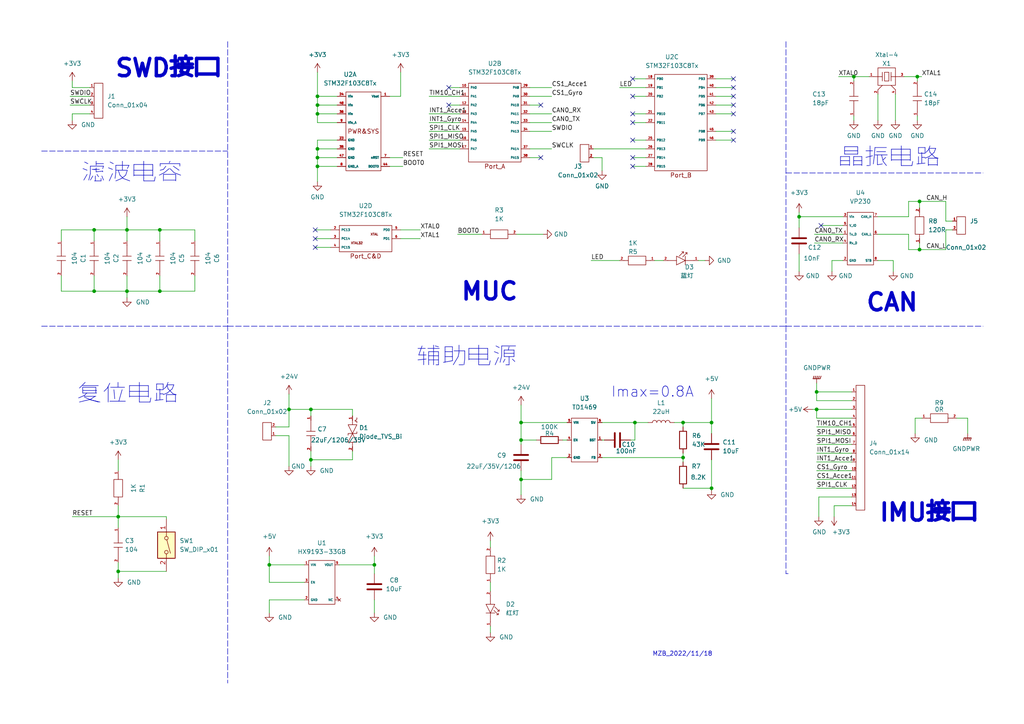
<source format=kicad_sch>
(kicad_sch (version 20211123) (generator eeschema)
  (paper "A4")
  (lib_symbols
    (symbol "Basic_crystal_and_oscillator:Xtal-4"
      (property "Reference" "X" (at 3.81 -3.81 0))
      (property "Value" "Xtal-4" (at 0 3.81 0))
      (symbol "Xtal-4_0_1"
        (rectangle (start -2.54 2.54) (end 2.54 -2.54))
        (rectangle (start -0.635 1.27) (end 0.635 -1.27))
        (polyline (pts (xy -3.81 0) (xy -1.27 0)))
        (polyline (pts (xy -2.54 -3.81) (xy -1.27 -2.54)))
        (polyline (pts (xy -1.27 1.27) (xy -1.27 -1.27)))
        (polyline (pts (xy 1.27 0) (xy 3.81 0)))
        (polyline (pts (xy 1.27 1.27) (xy 1.27 -1.27)))
        (polyline (pts (xy 2.54 -3.81) (xy 1.27 -2.54)))
      )
      (symbol "Xtal-4_1_1"
        (pin passive line (at -5.08 0 0) (length 1.27) (name "") (number "1"))
        (pin passive line (at -2.54 -5.08 90) (length 1.27) (name "") (number "2"))
        (pin passive line (at 5.08 0 180) (length 1.27) (name "") (number "3"))
        (pin passive line (at 2.54 -5.08 90) (length 1.27) (name "") (number "4"))
      )
    )
    (symbol "Basic_passive_components:Capacitor" (pin_names (offset 1.016))
      (property "Reference" "C" (at -4.445 -2.54 0))
      (property "Value" "Capacitor" (at 0 2.54 0))
      (symbol "Capacitor_0_1"
        (polyline (pts (xy -3.81 0) (xy -0.635 0)))
        (polyline (pts (xy -0.635 1.27) (xy -0.635 -1.27)))
        (polyline (pts (xy 0.635 0) (xy 3.81 0)))
        (polyline (pts (xy 0.635 1.27) (xy 0.635 -1.27)))
      )
      (symbol "Capacitor_1_1"
        (pin passive line (at -5.08 0 0) (length 1.27) (name "~") (number "1"))
        (pin passive line (at 5.08 0 180) (length 1.27) (name "~") (number "2"))
      )
    )
    (symbol "Basic_passive_components:Resistor" (pin_names (offset 1.016))
      (property "Reference" "R" (at -4.445 -2.54 0))
      (property "Value" "Resistor" (at 0 2.54 0))
      (symbol "Resistor_0_1"
        (rectangle (start -2.54 1.27) (end 2.54 -1.27))
        (polyline (pts (xy -3.81 0) (xy -2.54 0)))
        (polyline (pts (xy 2.54 0) (xy 3.81 0)))
      )
      (symbol "Resistor_1_1"
        (pin passive line (at -5.08 0 0) (length 1.27) (name "~") (number "1"))
        (pin passive line (at 5.08 0 180) (length 1.27) (name "~") (number "2"))
      )
    )
    (symbol "Basic_semiconductor:Diode_LED" (pin_names hide)
      (property "Reference" "D" (at -5.08 -2.54 0))
      (property "Value" "Diode_LED" (at 0 3.81 0))
      (symbol "Diode_LED_0_1"
        (polyline (pts (xy -3.81 0) (xy -1.27 0)))
        (polyline (pts (xy -1.778 -2.286) (xy -1.778 -1.778)) (stroke (width 0.1524)))
        (polyline (pts (xy -1.778 -2.286) (xy -1.27 -2.286)) (stroke (width 0.1524)))
        (polyline (pts (xy -1.27 1.27) (xy -1.27 -1.27)))
        (polyline (pts (xy -0.762 -2.54) (xy -0.762 -2.032)) (stroke (width 0.1524)))
        (polyline (pts (xy -0.762 -2.54) (xy -0.254 -2.54)) (stroke (width 0.1524)))
        (polyline (pts (xy -0.508 -1.016) (xy -1.778 -2.286)) (stroke (width 0.1524)))
        (polyline (pts (xy 0.508 -1.27) (xy -0.762 -2.54)) (stroke (width 0.1524)))
        (polyline (pts (xy 1.27 0) (xy 3.81 0)))
        (polyline (pts (xy 1.27 1.27) (xy -1.27 0) (xy 1.27 -1.27) (xy 1.27 1.27)))
      )
      (symbol "Diode_LED_1_1"
        (pin passive line (at -5.08 0 0) (length 1.27) (name "Cathode") (number "1"))
        (pin passive line (at 5.08 0 180) (length 1.27) (name "Anode") (number "2"))
      )
    )
    (symbol "Basic_semiconductor:Diode_TVS_Bi" (pin_names (offset 1.016) hide)
      (property "Reference" "D" (at -4.445 -2.54 0))
      (property "Value" "Diode_TVS_Bi" (at 0 2.54 0))
      (symbol "Diode_TVS_Bi_0_1"
        (arc (start -4.318 -1.27) (mid -3.9588 -1.1212) (end -3.81 -0.762))
        (polyline (pts (xy -4.572 -1.27) (xy -4.318 -1.27)))
        (polyline (pts (xy -3.81 0) (xy -2.54 0)))
        (polyline (pts (xy 2.54 0) (xy 3.81 0)))
        (polyline (pts (xy -3.81 -0.762) (xy -3.556 -0.762) (xy -3.556 -1.27) (xy -3.048 -1.27)))
        (polyline (pts (xy 0.508 1.27) (xy 0 1.27) (xy 0 -1.27) (xy -0.508 -1.27)))
      )
      (symbol "Diode_TVS_Bi_1_1"
        (polyline (pts (xy -2.54 -1.27) (xy 0 0) (xy -2.54 1.27) (xy -2.54 -1.27)))
        (polyline (pts (xy 2.54 1.27) (xy 0 0) (xy 2.54 -1.27) (xy 2.54 1.27)))
        (pin passive line (at -5.08 0 0) (length 1.27) (name "Cathode") (number "1"))
        (pin passive line (at 5.08 0 180) (length 1.27) (name "Anode") (number "2"))
      )
    )
    (symbol "Device:C" (pin_numbers hide) (pin_names (offset 0.254))
      (property "Reference" "C" (at 0.635 2.54 0))
      (property "Value" "C" (at 0.635 -2.54 0))
      (symbol "C_0_1"
        (polyline (pts (xy -2.032 -0.762) (xy 2.032 -0.762)) (stroke (width 0.508)))
        (polyline (pts (xy -2.032 0.762) (xy 2.032 0.762)) (stroke (width 0.508)))
      )
      (symbol "C_1_1"
        (pin passive line (at 0 3.81 270) (length 2.794) (name "~") (number "1"))
        (pin passive line (at 0 -3.81 90) (length 2.794) (name "~") (number "2"))
      )
    )
    (symbol "Device:L" (pin_numbers hide) (pin_names (offset 1.016) hide)
      (property "Reference" "L" (at -1.27 0 90))
      (property "Value" "L" (at 1.905 0 90))
      (symbol "L_0_1"
        (arc (start 0 -2.54) (mid 0.635 -1.905) (end 0 -1.27))
        (arc (start 0 -1.27) (mid 0.635 -0.635) (end 0 0))
        (arc (start 0 0) (mid 0.635 0.635) (end 0 1.27))
        (arc (start 0 1.27) (mid 0.635 1.905) (end 0 2.54))
      )
      (symbol "L_1_1"
        (pin passive line (at 0 3.81 270) (length 1.27) (name "1") (number "1"))
        (pin passive line (at 0 -3.81 90) (length 1.27) (name "2") (number "2"))
      )
    )
    (symbol "Device:R" (pin_numbers hide) (pin_names (offset 0))
      (property "Reference" "R" (at 2.032 0 90))
      (property "Value" "R" (at 0 0 90))
      (symbol "R_0_1"
        (rectangle (start -1.016 -2.54) (end 1.016 2.54) (stroke (width 0.254)))
      )
      (symbol "R_1_1"
        (pin passive line (at 0 3.81 270) (length 1.27) (name "~") (number "1"))
        (pin passive line (at 0 -3.81 90) (length 1.27) (name "~") (number "2"))
      )
    )
    (symbol "Integrated-circuit_interface:VP230"
      (property "Reference" "U" (at -2.54 -10.16 0))
      (property "Value" "VP230" (at 0 7.62 0))
      (symbol "VP230_0_1"
        (rectangle (start -3.81 6.35) (end 3.81 -8.89))
      )
      (symbol "VP230_1_1"
        (pin input line (at -5.08 0 0) (length 1.27) (name "Tx_D") (number "1"))
        (pin power_in line (at -5.08 -7.62 0) (length 1.27) (name "GND") (number "2"))
        (pin power_in line (at -5.08 5.08 0) (length 1.27) (name "Vin") (number "3"))
        (pin output line (at -5.08 -2.54 0) (length 1.27) (name "Rx_D") (number "4"))
        (pin power_out line (at -5.08 2.54 0) (length 1.27) (name "V_IO") (number "5"))
        (pin bidirectional line (at 5.08 0 180) (length 1.27) (name "CAN_L") (number "6"))
        (pin bidirectional line (at 5.08 5.08 180) (length 1.27) (name "CAN_H") (number "7"))
        (pin input line (at 5.08 -7.62 180) (length 1.27) (name "STB") (number "8"))
      )
    )
    (symbol "Integrated-circuit_micro-controller:STM32F103C8Tx"
      (property "Reference" "U" (at -5.08 -15.24 0))
      (property "Value" "STM32F103C8Tx" (at 0 17.78 0))
      (symbol "STM32F103C8Tx_1_0"
        (rectangle (start -12.7 7.62) (end -12.7 7.62) (stroke (width 0.1524)))
        (rectangle (start -12.7 7.62) (end -12.7 7.62) (stroke (width 0.1524)))
        (text "PWR&SYS" (at 0 0 0) (effects (font (size 1.27 1.27))))
      )
      (symbol "STM32F103C8Tx_1_1"
        (rectangle (start -5.08 11.43) (end 5.08 -11.43))
        (pin power_in line (at 7.62 10.16 180) (length 2.54) (name "Vbat") (number "1"))
        (pin power_in line (at -7.62 -2.54 0) (length 2.54) (name "GND") (number "23"))
        (pin power_in line (at -7.62 10.16 0) (length 2.54) (name "Vin") (number "24"))
        (pin power_in line (at -7.62 -5.08 0) (length 2.54) (name "GND") (number "35"))
        (pin power_in line (at -7.62 5.08 0) (length 2.54) (name "Vin") (number "36"))
        (pin input line (at 7.62 -10.16 180) (length 2.54) (name "BOOT0") (number "44"))
        (pin power_in line (at -7.62 -7.62 0) (length 2.54) (name "GND") (number "47"))
        (pin power_in line (at -7.62 7.62 0) (length 2.54) (name "Vin") (number "48"))
        (pin input line (at 7.62 -7.62 180) (length 2.54) (name "nRST") (number "7"))
        (pin power_in line (at -7.62 -10.16 0) (length 2.54) (name "GND_A") (number "8"))
        (pin power_in line (at -7.62 2.54 0) (length 2.54) (name "Vin_A") (number "9"))
      )
      (symbol "STM32F103C8Tx_2_0"
        (text "Port_A" (at 0 -12.7 0) (effects (font (size 1.27 1.27))))
      )
      (symbol "STM32F103C8Tx_2_1"
        (rectangle (start -7.62 11.43) (end 7.62 -11.43))
        (pin bidirectional line (at -10.16 10.16 0) (length 2.54) (name "PA0") (number "10"))
        (pin bidirectional line (at -10.16 7.62 0) (length 2.54) (name "PA1") (number "11"))
        (pin bidirectional line (at -10.16 5.08 0) (length 2.54) (name "PA2") (number "12"))
        (pin bidirectional line (at -10.16 2.54 0) (length 2.54) (name "PA3") (number "13"))
        (pin bidirectional line (at -10.16 0 0) (length 2.54) (name "PA4") (number "14"))
        (pin bidirectional line (at -10.16 -2.54 0) (length 2.54) (name "PA5") (number "15"))
        (pin bidirectional line (at -10.16 -5.08 0) (length 2.54) (name "PA6") (number "16"))
        (pin bidirectional line (at -10.16 -7.62 0) (length 2.54) (name "PA7") (number "17"))
        (pin bidirectional line (at 10.16 10.16 180) (length 2.54) (name "PA8") (number "29"))
        (pin bidirectional line (at 10.16 7.62 180) (length 2.54) (name "PA9") (number "30"))
        (pin bidirectional line (at 10.16 5.08 180) (length 2.54) (name "PA10") (number "31"))
        (pin bidirectional line (at 10.16 2.54 180) (length 2.54) (name "PA11") (number "32"))
        (pin bidirectional line (at 10.16 0 180) (length 2.54) (name "PA12") (number "33"))
        (pin bidirectional line (at 10.16 -2.54 180) (length 2.54) (name "PA13") (number "34"))
        (pin bidirectional line (at 10.16 -7.62 180) (length 2.54) (name "PA14") (number "37"))
        (pin bidirectional line (at 10.16 -10.16 180) (length 2.54) (name "PA15") (number "38"))
      )
      (symbol "STM32F103C8Tx_3_0"
        (rectangle (start -12.7 15.24) (end -12.7 15.24) (stroke (width 0.1524)))
        (rectangle (start -12.7 15.24) (end -12.7 15.24) (stroke (width 0.1524)))
        (text "Port_B" (at 0 -12.7 0) (effects (font (size 1.27 1.27))))
      )
      (symbol "STM32F103C8Tx_3_1"
        (rectangle (start -7.62 16.51) (end 7.62 -11.43))
        (pin bidirectional line (at -10.16 15.24 0) (length 2.54) (name "PB0") (number "18"))
        (pin bidirectional line (at -10.16 12.7 0) (length 2.54) (name "PB1") (number "19"))
        (pin bidirectional line (at -10.16 10.16 0) (length 2.54) (name "PB2") (number "20"))
        (pin bidirectional line (at -10.16 5.08 0) (length 2.54) (name "PB10") (number "21"))
        (pin bidirectional line (at -10.16 2.54 0) (length 2.54) (name "PB11") (number "22"))
        (pin bidirectional line (at -10.16 -2.54 0) (length 2.54) (name "PB12") (number "25"))
        (pin bidirectional line (at -10.16 -5.08 0) (length 2.54) (name "PB13") (number "26"))
        (pin bidirectional line (at -10.16 -7.62 0) (length 2.54) (name "PB14") (number "27"))
        (pin bidirectional line (at -10.16 -10.16 0) (length 2.54) (name "PB15") (number "28"))
        (pin bidirectional line (at 10.16 15.24 180) (length 2.54) (name "PB3") (number "39"))
        (pin bidirectional line (at 10.16 12.7 180) (length 2.54) (name "PB4") (number "40"))
        (pin bidirectional line (at 10.16 10.16 180) (length 2.54) (name "PB5") (number "41"))
        (pin bidirectional line (at 10.16 7.62 180) (length 2.54) (name "PB6") (number "42"))
        (pin bidirectional line (at 10.16 5.08 180) (length 2.54) (name "PB7") (number "43"))
        (pin bidirectional line (at 10.16 0 180) (length 2.54) (name "PB8") (number "45"))
        (pin bidirectional line (at 10.16 -2.54 180) (length 2.54) (name "PB9") (number "46"))
      )
      (symbol "STM32F103C8Tx_4_0"
        (text "Port_C&D" (at 0 -5.08 0) (effects (font (size 1.27 1.27))))
      )
      (symbol "STM32F103C8Tx_4_1"
        (rectangle (start -7.62 3.81) (end 7.62 -3.81))
        (text "XTAL" (at 2.54 1.27 0) (effects (font (size 0.635 0.635))))
        (text "XTAL32" (at -2.54 -1.27 0) (effects (font (size 0.635 0.635))))
        (pin bidirectional line (at -10.16 2.54 0) (length 2.54) (name "PC13") (number "2"))
        (pin bidirectional line (at -10.16 0 0) (length 2.54) (name "PC14") (number "3"))
        (pin bidirectional line (at -10.16 -2.54 0) (length 2.54) (name "PC15") (number "4"))
        (pin bidirectional line (at 10.16 2.54 180) (length 2.54) (name "PD0") (number "5"))
        (pin bidirectional line (at 10.16 0 180) (length 2.54) (name "PD1") (number "6"))
      )
    )
    (symbol "Link_W2B_connector:Conn_01x02"
      (property "Reference" "J" (at 0 -5.08 0))
      (property "Value" "Conn_01x02" (at 0 2.54 0))
      (symbol "Conn_01x02_0_0"
        (pin passive line (at -2.54 0 0) (length 1.27) (name "") (number "1"))
        (pin passive line (at -2.54 -2.54 0) (length 1.27) (name "") (number "2"))
      )
      (symbol "Conn_01x02_0_1"
        (rectangle (start -1.27 1.27) (end 1.27 -3.81) (stroke (width 0.1524)))
      )
    )
    (symbol "Link_W2B_connector:Conn_01x04"
      (property "Reference" "J" (at 0 -7.62 0))
      (property "Value" "Conn_01x04" (at 0 5.08 0))
      (symbol "Conn_01x04_0_0"
        (pin passive line (at -2.54 2.54 0) (length 1.27) (name "") (number "1"))
        (pin passive line (at -2.54 0 0) (length 1.27) (name "") (number "2"))
        (pin passive line (at -2.54 -2.54 0) (length 1.27) (name "") (number "3"))
        (pin passive line (at -2.54 -5.08 0) (length 1.27) (name "") (number "4"))
      )
      (symbol "Conn_01x04_0_1"
        (rectangle (start -1.27 3.81) (end 1.27 -6.35) (stroke (width 0.1524)))
      )
    )
    (symbol "Link_W2B_connector:Conn_01x14"
      (property "Reference" "J" (at 1.27 -20.955 0))
      (property "Value" "Conn_01x14" (at 1.905 19.685 0))
      (symbol "Conn_01x14_0_0"
        (pin passive line (at -1.27 15.24 0) (length 1.27) (name "") (number "1"))
        (pin passive line (at -1.27 -7.62 0) (length 1.27) (name "") (number "10"))
        (pin passive line (at -1.27 -10.16 0) (length 1.27) (name "") (number "11"))
        (pin passive line (at -1.27 -12.7 0) (length 1.27) (name "") (number "12"))
        (pin passive line (at -1.27 -15.24 0) (length 1.27) (name "") (number "13"))
        (pin passive line (at -1.27 -17.78 0) (length 1.27) (name "") (number "14"))
        (pin passive line (at -1.27 12.7 0) (length 1.27) (name "") (number "2"))
        (pin passive line (at -1.27 10.16 0) (length 1.27) (name "") (number "3"))
        (pin passive line (at -1.27 7.62 0) (length 1.27) (name "") (number "4"))
        (pin passive line (at -1.27 5.08 0) (length 1.27) (name "") (number "5"))
        (pin passive line (at -1.27 2.54 0) (length 1.27) (name "") (number "6"))
        (pin passive line (at -1.27 0 0) (length 1.27) (name "") (number "7"))
        (pin passive line (at -1.27 -2.54 0) (length 1.27) (name "") (number "8"))
        (pin passive line (at -1.27 -5.08 0) (length 1.27) (name "") (number "9"))
      )
      (symbol "Conn_01x14_0_1"
        (rectangle (start 0 17.145) (end 2.54 -19.05) (stroke (width 0.1524)))
      )
    )
    (symbol "Power_DC-DC_convertor:TD1469"
      (property "Reference" "U" (at -2.54 -7.62 0))
      (property "Value" "TD1469" (at 0 7.62 0))
      (symbol "TD1469_0_1"
        (rectangle (start -3.81 6.35) (end 3.81 -6.35))
      )
      (symbol "TD1469_1_1"
        (pin power_in line (at 5.08 0 180) (length 1.27) (name "BST") (number "1"))
        (pin power_in line (at -5.08 -5.08 0) (length 1.27) (name "GND") (number "2"))
        (pin input line (at 5.08 -5.08 180) (length 1.27) (name "FB") (number "3"))
        (pin input line (at -5.08 0 0) (length 1.27) (name "EN") (number "4"))
        (pin power_in line (at -5.08 5.08 0) (length 1.27) (name "VIN") (number "5"))
        (pin power_out line (at 5.08 5.08 180) (length 1.27) (name "SW") (number "6"))
      )
    )
    (symbol "Power_LDO:HX9193-33GB"
      (property "Reference" "U" (at -2.54 -7.62 0))
      (property "Value" "HX9193-33GB" (at 0 7.62 0))
      (symbol "HX9193-33GB_0_1"
        (rectangle (start -3.81 6.35) (end 3.81 -6.35))
      )
      (symbol "HX9193-33GB_1_1"
        (pin power_in line (at -5.08 5.08 0) (length 1.27) (name "VIN") (number "1"))
        (pin power_in line (at -5.08 -5.08 0) (length 1.27) (name "GND") (number "2"))
        (pin input line (at -5.08 0 0) (length 1.27) (name "EN") (number "3"))
        (pin no_connect line (at 5.08 -5.08 180) (length 1.27) (name "NC") (number "4"))
        (pin power_out line (at 5.08 5.08 180) (length 1.27) (name "VOUT") (number "5"))
      )
    )
    (symbol "Switch:SW_DIP_x01" (pin_names (offset 0) hide)
      (property "Reference" "SW" (at 0 3.81 0))
      (property "Value" "SW_DIP_x01" (at 0 -3.81 0))
      (symbol "SW_DIP_x01_0_0"
        (circle (center -2.032 0) (radius 0.508))
        (polyline (pts (xy -1.524 0.127) (xy 2.3622 1.1684)))
        (circle (center 2.032 0) (radius 0.508))
      )
      (symbol "SW_DIP_x01_0_1"
        (rectangle (start -3.81 2.54) (end 3.81 -2.54) (stroke (width 0.254)) (fill (type background)))
      )
      (symbol "SW_DIP_x01_1_1"
        (pin passive line (at -7.62 0 0) (length 5.08) (name "~") (number "1"))
        (pin passive line (at 7.62 0 180) (length 5.08) (name "~") (number "2"))
      )
    )
    (symbol "power:+24V" (power) (pin_names (offset 0))
      (property "Value" "+24V" (at 0 3.556 0))
      (symbol "+24V_0_1"
        (polyline (pts (xy -0.762 1.27) (xy 0 2.54)))
        (polyline (pts (xy 0 0) (xy 0 2.54)))
        (polyline (pts (xy 0 2.54) (xy 0.762 1.27)))
      )
      (symbol "+24V_1_1"
        (pin power_in line (at 0 0 90) (length 0) hide (name "+24V") (number "1"))
      )
    )
    (symbol "power:+3.3V" (power) (pin_names (offset 0))
      (property "Value" "+3.3V" (at 0 3.556 0))
      (symbol "+3.3V_0_1"
        (polyline (pts (xy -0.762 1.27) (xy 0 2.54)))
        (polyline (pts (xy 0 0) (xy 0 2.54)))
        (polyline (pts (xy 0 2.54) (xy 0.762 1.27)))
      )
      (symbol "+3.3V_1_1"
        (pin power_in line (at 0 0 90) (length 0) hide (name "+3V3") (number "1"))
      )
    )
    (symbol "power:+5V" (power) (pin_names (offset 0))
      (property "Value" "+5V" (at 0 3.556 0))
      (symbol "+5V_0_1"
        (polyline (pts (xy -0.762 1.27) (xy 0 2.54)))
        (polyline (pts (xy 0 0) (xy 0 2.54)))
        (polyline (pts (xy 0 2.54) (xy 0.762 1.27)))
      )
      (symbol "+5V_1_1"
        (pin power_in line (at 0 0 90) (length 0) hide (name "+5V") (number "1"))
      )
    )
    (symbol "power:GND" (power) (pin_names (offset 0))
      (property "Value" "GND" (at 0 -3.81 0))
      (symbol "GND_0_1"
        (polyline (pts (xy 0 0) (xy 0 -1.27) (xy 1.27 -1.27) (xy 0 -2.54) (xy -1.27 -1.27) (xy 0 -1.27)))
      )
      (symbol "GND_1_1"
        (pin power_in line (at 0 0 270) (length 0) hide (name "GND") (number "1"))
      )
    )
    (symbol "power:GNDPWR" (power) (pin_names (offset 0))
      (property "Value" "GNDPWR" (at 0 -3.302 0))
      (symbol "GNDPWR_0_1"
        (polyline (pts (xy 0 -1.27) (xy 0 0)))
        (polyline (pts (xy -1.016 -1.27) (xy -1.27 -2.032) (xy -1.27 -2.032)) (stroke (width 0.2032)))
        (polyline (pts (xy -0.508 -1.27) (xy -0.762 -2.032) (xy -0.762 -2.032)) (stroke (width 0.2032)))
        (polyline (pts (xy 0 -1.27) (xy -0.254 -2.032) (xy -0.254 -2.032)) (stroke (width 0.2032)))
        (polyline (pts (xy 0.508 -1.27) (xy 0.254 -2.032) (xy 0.254 -2.032)) (stroke (width 0.2032)))
        (polyline (pts (xy 1.016 -1.27) (xy -1.016 -1.27) (xy -1.016 -1.27)) (stroke (width 0.2032)))
        (polyline (pts (xy 1.016 -1.27) (xy 0.762 -2.032) (xy 0.762 -2.032) (xy 0.762 -2.032)) (stroke (width 0.2032)))
      )
      (symbol "GNDPWR_1_1"
        (pin power_in line (at 0 0 270) (length 0) hide (name "GNDPWR") (number "1"))
      )
    )
  )
  (junction (at 92.075 43.18))
  (junction (at 266.065 22.225))
  (junction (at 36.83 66.675))
  (junction (at 206.375 122.555))
  (junction (at 92.075 27.94))
  (junction (at 206.375 141.605))
  (junction (at 27.305 84.455))
  (junction (at 92.075 48.26))
  (junction (at 247.65 22.225))
  (junction (at 46.355 66.675))
  (junction (at 198.12 122.555))
  (junction (at 151.13 127.635))
  (junction (at 236.855 118.745))
  (junction (at 92.075 30.48))
  (junction (at 266.7 72.39))
  (junction (at 27.305 66.675))
  (junction (at 236.855 113.665))
  (junction (at 34.29 165.735))
  (junction (at 266.7 58.42))
  (junction (at 90.17 118.745))
  (junction (at 34.29 149.86))
  (junction (at 198.12 132.715))
  (junction (at 92.075 45.72))
  (junction (at 36.83 84.455))
  (junction (at 90.17 133.35))
  (junction (at 151.13 139.065))
  (junction (at 78.105 163.83))
  (junction (at 46.355 84.455))
  (junction (at 184.15 122.555))
  (junction (at 108.585 163.83))
  (junction (at 231.775 62.865))
  (junction (at 83.82 118.745))
  (junction (at 151.13 122.555))
  (junction (at 92.075 33.02))
  (no_connect (at 238.125 65.405))
  (no_connect (at 183.515 45.72))
  (no_connect (at 91.44 66.675))
  (no_connect (at 91.44 69.215))
  (no_connect (at 91.44 71.755))
  (no_connect (at 183.515 48.26))
  (no_connect (at 183.515 27.94))
  (no_connect (at 212.725 38.1))
  (no_connect (at 212.725 33.02))
  (no_connect (at 212.725 40.64))
  (no_connect (at 212.725 27.94))
  (no_connect (at 212.725 30.48))
  (no_connect (at 183.515 35.56))
  (no_connect (at 183.515 40.64))
  (no_connect (at 183.515 33.02))
  (no_connect (at 130.175 30.48))
  (no_connect (at 130.175 25.4))
  (no_connect (at 156.845 45.72))
  (no_connect (at 156.845 30.48))
  (no_connect (at 183.515 22.86))
  (no_connect (at 212.725 25.4))
  (no_connect (at 212.725 22.86))
  (wire (pts (xy 254.635 62.865) (xy 263.525 62.865)))
  (wire (pts (xy 207.645 40.64) (xy 212.725 40.64)))
  (wire (pts (xy 236.22 67.945) (xy 244.475 67.945)))
  (wire (pts (xy 132.715 67.945) (xy 139.7 67.945)))
  (wire (pts (xy 259.08 75.565) (xy 259.08 78.74)))
  (wire (pts (xy 108.585 173.99) (xy 108.585 177.8)))
  (wire (pts (xy 92.075 33.02) (xy 92.075 35.56)))
  (wire (pts (xy 78.105 168.91) (xy 78.105 163.83)))
  (wire (pts (xy 236.855 126.365) (xy 247.015 126.365)))
  (wire (pts (xy 231.775 73.66) (xy 231.775 78.74)))
  (polyline (pts (xy 12.065 94.615) (xy 66.04 94.615)))
  (wire (pts (xy 56.515 80.01) (xy 56.515 84.455)))
  (wire (pts (xy 20.955 149.86) (xy 34.29 149.86)))
  (wire (pts (xy 27.305 66.675) (xy 36.83 66.675)))
  (polyline (pts (xy 66.04 12.065) (xy 66.04 198.12)))
  (wire (pts (xy 17.78 66.675) (xy 27.305 66.675)))
  (wire (pts (xy 92.075 45.72) (xy 92.075 48.26)))
  (wire (pts (xy 124.46 43.18) (xy 133.35 43.18)))
  (wire (pts (xy 92.075 48.26) (xy 92.075 52.705)))
  (wire (pts (xy 91.44 71.755) (xy 95.885 71.755)))
  (wire (pts (xy 78.105 161.29) (xy 78.105 163.83)))
  (wire (pts (xy 108.585 161.29) (xy 108.585 163.83)))
  (wire (pts (xy 207.645 25.4) (xy 212.725 25.4)))
  (wire (pts (xy 91.44 66.675) (xy 95.885 66.675)))
  (wire (pts (xy 263.525 58.42) (xy 266.7 58.42)))
  (wire (pts (xy 90.17 130.81) (xy 90.17 133.35)))
  (wire (pts (xy 92.075 30.48) (xy 92.075 33.02)))
  (wire (pts (xy 236.855 131.445) (xy 247.015 131.445)))
  (wire (pts (xy 83.82 114.3) (xy 83.82 118.745)))
  (wire (pts (xy 34.29 163.195) (xy 34.29 165.735)))
  (wire (pts (xy 46.355 66.675) (xy 56.515 66.675)))
  (wire (pts (xy 174.625 45.72) (xy 174.625 49.53)))
  (wire (pts (xy 172.085 45.72) (xy 174.625 45.72)))
  (wire (pts (xy 172.085 43.18) (xy 187.325 43.18)))
  (wire (pts (xy 183.515 48.26) (xy 187.325 48.26)))
  (polyline (pts (xy 196.215 94.615) (xy 197.485 94.615)))
  (wire (pts (xy 102.235 133.35) (xy 90.17 133.35)))
  (wire (pts (xy 130.175 30.48) (xy 133.35 30.48)))
  (wire (pts (xy 202.565 75.565) (xy 204.47 75.565)))
  (wire (pts (xy 153.67 38.1) (xy 160.02 38.1)))
  (wire (pts (xy 26.035 25.4) (xy 20.955 25.4)))
  (wire (pts (xy 236.22 70.485) (xy 244.475 70.485)))
  (wire (pts (xy 91.44 69.215) (xy 95.885 69.215)))
  (wire (pts (xy 34.29 146.685) (xy 34.29 149.86)))
  (wire (pts (xy 236.855 123.825) (xy 247.015 123.825)))
  (wire (pts (xy 90.17 118.745) (xy 102.235 118.745)))
  (polyline (pts (xy 227.965 166.37) (xy 228.6 166.37)))
  (wire (pts (xy 97.79 40.64) (xy 92.075 40.64)))
  (wire (pts (xy 36.83 80.01) (xy 36.83 84.455)))
  (wire (pts (xy 274.32 66.675) (xy 274.32 72.39)))
  (wire (pts (xy 277.495 121.285) (xy 280.67 121.285)))
  (wire (pts (xy 235.585 118.745) (xy 236.855 118.745)))
  (wire (pts (xy 207.645 27.94) (xy 212.725 27.94)))
  (wire (pts (xy 171.45 75.565) (xy 179.705 75.565)))
  (wire (pts (xy 247.65 22.225) (xy 247.65 23.495)))
  (wire (pts (xy 151.13 136.525) (xy 151.13 139.065)))
  (wire (pts (xy 17.78 84.455) (xy 27.305 84.455)))
  (wire (pts (xy 20.955 23.495) (xy 20.955 25.4)))
  (polyline (pts (xy 12.065 43.815) (xy 66.04 43.815)))
  (wire (pts (xy 163.195 127.635) (xy 164.465 127.635)))
  (wire (pts (xy 274.32 58.42) (xy 274.32 64.135)))
  (wire (pts (xy 276.225 66.675) (xy 274.32 66.675)))
  (wire (pts (xy 92.075 20.955) (xy 92.075 27.94)))
  (wire (pts (xy 236.855 111.125) (xy 236.855 113.665)))
  (wire (pts (xy 92.075 33.02) (xy 97.79 33.02)))
  (wire (pts (xy 198.12 122.555) (xy 206.375 122.555)))
  (wire (pts (xy 151.13 127.635) (xy 151.13 128.905)))
  (wire (pts (xy 244.475 62.865) (xy 231.775 62.865)))
  (wire (pts (xy 36.83 84.455) (xy 36.83 86.36)))
  (wire (pts (xy 280.67 121.285) (xy 280.67 125.73)))
  (wire (pts (xy 108.585 163.83) (xy 108.585 166.37)))
  (wire (pts (xy 198.12 122.555) (xy 198.12 123.825)))
  (wire (pts (xy 266.065 33.655) (xy 266.065 34.925)))
  (wire (pts (xy 198.12 141.605) (xy 206.375 141.605)))
  (wire (pts (xy 183.515 45.72) (xy 187.325 45.72)))
  (wire (pts (xy 97.79 43.18) (xy 92.075 43.18)))
  (wire (pts (xy 83.82 123.825) (xy 83.82 118.745)))
  (wire (pts (xy 153.67 27.94) (xy 160.02 27.94)))
  (wire (pts (xy 247.015 116.205) (xy 236.855 116.205)))
  (wire (pts (xy 34.29 165.735) (xy 34.29 167.64)))
  (wire (pts (xy 184.15 127.635) (xy 184.15 122.555)))
  (wire (pts (xy 183.515 33.02) (xy 187.325 33.02)))
  (wire (pts (xy 153.67 45.72) (xy 156.845 45.72)))
  (wire (pts (xy 206.375 115.57) (xy 206.375 122.555)))
  (wire (pts (xy 17.78 80.01) (xy 17.78 84.455)))
  (wire (pts (xy 247.65 33.655) (xy 247.65 34.925)))
  (wire (pts (xy 198.12 132.715) (xy 198.12 133.985)))
  (wire (pts (xy 236.855 141.605) (xy 247.015 141.605)))
  (wire (pts (xy 266.7 58.42) (xy 274.32 58.42)))
  (wire (pts (xy 247.015 113.665) (xy 236.855 113.665)))
  (wire (pts (xy 27.305 84.455) (xy 36.83 84.455)))
  (wire (pts (xy 80.01 126.365) (xy 83.82 126.365)))
  (wire (pts (xy 27.305 80.01) (xy 27.305 84.455)))
  (wire (pts (xy 102.235 130.81) (xy 102.235 133.35)))
  (wire (pts (xy 17.78 69.85) (xy 17.78 66.675)))
  (wire (pts (xy 142.24 181.61) (xy 142.24 183.515)))
  (wire (pts (xy 153.67 35.56) (xy 160.02 35.56)))
  (wire (pts (xy 155.575 127.635) (xy 151.13 127.635)))
  (wire (pts (xy 36.83 66.675) (xy 46.355 66.675)))
  (wire (pts (xy 247.015 146.685) (xy 241.935 146.685)))
  (polyline (pts (xy 227.965 94.615) (xy 227.965 166.37)))
  (wire (pts (xy 182.88 127.635) (xy 184.15 127.635)))
  (wire (pts (xy 97.79 48.26) (xy 92.075 48.26)))
  (wire (pts (xy 98.425 163.83) (xy 108.585 163.83)))
  (wire (pts (xy 274.32 64.135) (xy 276.225 64.135)))
  (wire (pts (xy 183.515 40.64) (xy 187.325 40.64)))
  (wire (pts (xy 254.635 27.305) (xy 254.635 34.925)))
  (wire (pts (xy 195.58 122.555) (xy 198.12 122.555)))
  (polyline (pts (xy 227.965 12.065) (xy 227.965 94.615)))
  (wire (pts (xy 262.255 22.225) (xy 266.065 22.225)))
  (wire (pts (xy 113.03 45.72) (xy 116.84 45.72)))
  (wire (pts (xy 274.32 72.39) (xy 266.7 72.39)))
  (wire (pts (xy 174.625 127.635) (xy 175.26 127.635)))
  (wire (pts (xy 48.26 149.86) (xy 48.26 150.495)))
  (wire (pts (xy 124.46 38.1) (xy 133.35 38.1)))
  (wire (pts (xy 237.49 144.145) (xy 237.49 149.86)))
  (wire (pts (xy 179.705 25.4) (xy 187.325 25.4)))
  (wire (pts (xy 241.3 75.565) (xy 241.3 78.74)))
  (wire (pts (xy 46.355 84.455) (xy 56.515 84.455)))
  (wire (pts (xy 153.67 43.18) (xy 160.02 43.18)))
  (wire (pts (xy 206.375 133.35) (xy 206.375 141.605)))
  (wire (pts (xy 183.515 35.56) (xy 187.325 35.56)))
  (wire (pts (xy 92.075 30.48) (xy 97.79 30.48)))
  (wire (pts (xy 160.02 132.715) (xy 160.02 139.065)))
  (wire (pts (xy 153.67 33.02) (xy 160.02 33.02)))
  (wire (pts (xy 207.645 22.86) (xy 212.725 22.86)))
  (wire (pts (xy 266.7 58.42) (xy 266.7 60.325)))
  (polyline (pts (xy 66.04 94.615) (xy 227.965 94.615)))
  (wire (pts (xy 116.205 27.94) (xy 113.03 27.94)))
  (wire (pts (xy 92.075 27.94) (xy 92.075 30.48)))
  (wire (pts (xy 149.86 67.945) (xy 157.48 67.945)))
  (wire (pts (xy 153.67 30.48) (xy 156.845 30.48)))
  (wire (pts (xy 247.65 22.225) (xy 252.095 22.225)))
  (wire (pts (xy 46.355 66.675) (xy 46.355 69.85)))
  (wire (pts (xy 236.855 121.285) (xy 236.855 118.745)))
  (wire (pts (xy 267.335 121.285) (xy 265.43 121.285)))
  (wire (pts (xy 88.265 173.99) (xy 78.105 173.99)))
  (wire (pts (xy 88.265 163.83) (xy 78.105 163.83)))
  (wire (pts (xy 78.105 173.99) (xy 78.105 177.8)))
  (wire (pts (xy 26.035 33.02) (xy 20.955 33.02)))
  (wire (pts (xy 116.205 69.215) (xy 121.92 69.215)))
  (wire (pts (xy 151.13 139.065) (xy 151.13 143.51)))
  (wire (pts (xy 236.855 118.745) (xy 247.015 118.745)))
  (wire (pts (xy 36.83 62.865) (xy 36.83 66.675)))
  (wire (pts (xy 183.515 27.94) (xy 187.325 27.94)))
  (wire (pts (xy 236.855 116.205) (xy 236.855 113.665)))
  (wire (pts (xy 266.7 72.39) (xy 266.7 70.485)))
  (wire (pts (xy 244.475 75.565) (xy 241.3 75.565)))
  (wire (pts (xy 113.03 48.26) (xy 116.84 48.26)))
  (wire (pts (xy 263.525 62.865) (xy 263.525 58.42)))
  (wire (pts (xy 36.83 66.675) (xy 36.83 69.85)))
  (wire (pts (xy 92.075 43.18) (xy 92.075 45.72)))
  (wire (pts (xy 102.235 118.745) (xy 102.235 120.65)))
  (wire (pts (xy 265.43 121.285) (xy 265.43 125.73)))
  (wire (pts (xy 207.645 33.02) (xy 212.725 33.02)))
  (wire (pts (xy 263.525 72.39) (xy 266.7 72.39)))
  (wire (pts (xy 164.465 122.555) (xy 151.13 122.555)))
  (wire (pts (xy 247.015 144.145) (xy 237.49 144.145)))
  (wire (pts (xy 130.175 25.4) (xy 133.35 25.4)))
  (polyline (pts (xy 227.965 50.165) (xy 285.115 50.165)))
  (wire (pts (xy 116.205 20.955) (xy 116.205 27.94)))
  (wire (pts (xy 36.83 84.455) (xy 46.355 84.455)))
  (wire (pts (xy 151.13 127.635) (xy 151.13 122.555)))
  (wire (pts (xy 83.82 118.745) (xy 90.17 118.745)))
  (wire (pts (xy 206.375 122.555) (xy 206.375 125.73)))
  (wire (pts (xy 97.79 45.72) (xy 92.075 45.72)))
  (wire (pts (xy 206.375 141.605) (xy 206.375 142.24)))
  (wire (pts (xy 34.29 149.86) (xy 48.26 149.86)))
  (wire (pts (xy 34.29 149.86) (xy 34.29 153.035)))
  (wire (pts (xy 142.24 156.845) (xy 142.24 158.75)))
  (wire (pts (xy 46.355 80.01) (xy 46.355 84.455)))
  (wire (pts (xy 153.67 25.4) (xy 160.02 25.4)))
  (wire (pts (xy 20.955 33.02) (xy 20.955 34.925)))
  (wire (pts (xy 198.12 131.445) (xy 198.12 132.715)))
  (wire (pts (xy 189.865 75.565) (xy 192.405 75.565)))
  (wire (pts (xy 266.065 22.225) (xy 267.335 22.225)))
  (wire (pts (xy 92.075 40.64) (xy 92.075 43.18)))
  (wire (pts (xy 263.525 67.945) (xy 263.525 72.39)))
  (wire (pts (xy 90.17 133.35) (xy 90.17 135.255)))
  (wire (pts (xy 20.32 30.48) (xy 26.035 30.48)))
  (wire (pts (xy 97.79 35.56) (xy 92.075 35.56)))
  (polyline (pts (xy 227.965 94.615) (xy 285.115 94.615)))
  (wire (pts (xy 241.935 146.685) (xy 241.935 149.86)))
  (wire (pts (xy 151.13 139.065) (xy 160.02 139.065)))
  (wire (pts (xy 236.855 128.905) (xy 247.015 128.905)))
  (wire (pts (xy 27.305 66.675) (xy 27.305 69.85)))
  (wire (pts (xy 207.645 38.1) (xy 212.725 38.1)))
  (wire (pts (xy 207.645 30.48) (xy 212.725 30.48)))
  (wire (pts (xy 247.015 121.285) (xy 236.855 121.285)))
  (wire (pts (xy 174.625 122.555) (xy 184.15 122.555)))
  (wire (pts (xy 20.32 27.94) (xy 26.035 27.94)))
  (wire (pts (xy 266.065 22.225) (xy 266.065 23.495)))
  (wire (pts (xy 124.46 35.56) (xy 133.35 35.56)))
  (wire (pts (xy 254.635 75.565) (xy 259.08 75.565)))
  (wire (pts (xy 184.15 122.555) (xy 187.96 122.555)))
  (wire (pts (xy 124.46 40.64) (xy 133.35 40.64)))
  (wire (pts (xy 238.125 65.405) (xy 244.475 65.405)))
  (wire (pts (xy 92.075 27.94) (xy 97.79 27.94)))
  (wire (pts (xy 174.625 132.715) (xy 198.12 132.715)))
  (wire (pts (xy 90.17 118.745) (xy 90.17 120.65)))
  (wire (pts (xy 142.24 168.91) (xy 142.24 171.45)))
  (wire (pts (xy 56.515 69.85) (xy 56.515 66.675)))
  (wire (pts (xy 80.01 123.825) (xy 83.82 123.825)))
  (wire (pts (xy 124.46 33.02) (xy 133.35 33.02)))
  (wire (pts (xy 236.855 136.525) (xy 247.015 136.525)))
  (wire (pts (xy 183.515 22.86) (xy 187.325 22.86)))
  (wire (pts (xy 236.855 139.065) (xy 247.015 139.065)))
  (wire (pts (xy 259.715 27.305) (xy 259.715 34.925)))
  (wire (pts (xy 116.205 66.675) (xy 121.92 66.675)))
  (wire (pts (xy 48.26 165.735) (xy 34.29 165.735)))
  (wire (pts (xy 164.465 132.715) (xy 160.02 132.715)))
  (wire (pts (xy 88.265 168.91) (xy 78.105 168.91)))
  (wire (pts (xy 231.775 61.595) (xy 231.775 62.865)))
  (wire (pts (xy 231.775 62.865) (xy 231.775 66.04)))
  (wire (pts (xy 254.635 67.945) (xy 263.525 67.945)))
  (wire (pts (xy 34.29 133.35) (xy 34.29 136.525)))
  (wire (pts (xy 243.205 22.225) (xy 247.65 22.225)))
  (wire (pts (xy 124.46 27.94) (xy 133.35 27.94)))
  (wire (pts (xy 236.855 133.985) (xy 247.015 133.985)))
  (wire (pts (xy 151.13 117.475) (xy 151.13 122.555)))
  (wire (pts (xy 83.82 126.365) (xy 83.82 135.255)))
  (text "晶振电路" (at 243.205 48.895 0) (effects (font (size 5 5)) (justify left bottom)))
  (text "CAN" (at 250.825 90.805 0) (effects (font (size 5 5) bold) (justify left bottom)))
  (text "IMU接口" (at 254.635 151.765 0) (effects (font (size 5 5) (thickness 1) bold) (justify left bottom)))
  (text "辅助电源" (at 120.65 106.68 0) (effects (font (size 5 5)) (justify left bottom)))
  (text "Imax=0.8A" (at 177.165 115.57 0) (effects (font (size 3 3)) (justify left bottom)))
  (text "滤波电容" (at 23.495 53.34 0) (effects (font (size 5 5)) (justify left bottom)))
  (text "复位电路" (at 22.225 117.475 0) (effects (font (size 5 5)) (justify left bottom)))
  (text "MZB_2022/11/18" (at 189.23 190.5 0) (effects (font (size 1.27 1.27)) (justify left bottom)))
  (text "MUC" (at 133.35 87.63 0) (effects (font (size 5 5) bold) (justify left bottom)))
  (text "SWD接口" (at 33.02 22.86 0) (effects (font (size 5 5) (thickness 1) bold) (justify left bottom)))
  (label "CAN0_TX" (at 236.22 67.945 0))
  (label "LED" (at 179.705 25.4 0))
  (label "CAN0_TX" (at 160.02 35.56 0))
  (label "SPI1_MOSI" (at 236.855 128.905 0))
  (label "XTAL0" (at 243.205 22.225 0))
  (label "RESET" (at 116.84 45.72 0))
  (label "INT1_Gyro" (at 236.855 131.445 0))
  (label "SPI1_MISO" (at 124.46 40.64 0))
  (label "SWDIO" (at 20.32 27.94 0))
  (label "BOOT0" (at 132.715 67.945 0))
  (label "CS1_Gyro" (at 160.02 27.94 0))
  (label "SWCLK" (at 20.32 30.48 0))
  (label "INT1_Gyro" (at 124.46 35.56 0))
  (label "SPI1_MOSI" (at 124.46 43.18 0))
  (label "SPI1_CLK" (at 236.855 141.605 0))
  (label "TIM10_CH1" (at 124.46 27.94 0))
  (label "CAN_L" (at 268.605 72.39 0))
  (label "SWCLK" (at 160.02 43.18 0))
  (label "LED" (at 171.45 75.565 0))
  (label "INT1_Acce1" (at 236.855 133.985 0))
  (label "CS1_Acce1" (at 160.02 25.4 0))
  (label "SPI1_CLK" (at 124.46 38.1 0))
  (label "CS1_Gyro" (at 236.855 136.525 0))
  (label "XTAL1" (at 267.335 22.225 0))
  (label "INT1_Acce1" (at 124.46 33.02 0))
  (label "SPI1_MISO" (at 236.855 126.365 0))
  (label "XTAL1" (at 121.92 69.215 0))
  (label "TIM10_CH1" (at 236.855 123.825 0))
  (label "SWDIO" (at 160.02 38.1 0))
  (label "XTAL0" (at 121.92 66.675 0))
  (label "BOOT0" (at 116.84 48.26 0))
  (label "CS1_Acce1" (at 236.855 139.065 0))
  (label "CAN0_RX" (at 236.22 70.485 0))
  (label "CAN_H" (at 268.605 58.42 0))
  (label "RESET" (at 20.955 149.86 0))
  (label "CAN0_RX" (at 160.02 33.02 0))
  (symbol (lib_id "Device:C") (at 206.375 129.54 0) (unit 1)
    (property "Reference" "C11" (at 209.55 128.2699 0) (effects (justify left)))
    (property "Value" "10uF" (at 209.55 130.8099 0) (effects (justify left)))
    (property "Footprint" "GENERAL_RCL_SMD:C0603(1608M)" (effects hide))
  )
  (symbol (lib_id "Basic_passive_components:Resistor") (at 266.7 65.405 90) (unit 1)
    (property "Reference" "R8" (at 269.24 64.1349 90) (effects (justify right)))
    (property "Value" "120R" (at 269.24 66.6749 90) (effects (justify right)))
    (property "Footprint" "GENERAL_RCL_SMD:R0603(1608M)" (effects hide))
  )
  (symbol (lib_id "power:+3.3V") (at 92.075 20.955 0) (unit 1)
    (property "Reference" "#PWR012" (effects hide))
    (property "Value" "+3.3V" (at 92.075 15.875 0))
  )
  (symbol (lib_id "power:GND") (at 142.24 183.515 0) (unit 1)
    (property "Reference" "#PWR018" (effects hide))
    (property "Value" "GND" (at 144.78 184.7849 0) (effects (justify left)))
  )
  (symbol (lib_id "power:+3.3V") (at 142.24 156.845 0) (unit 1)
    (property "Reference" "#PWR017" (effects hide))
    (property "Value" "+3.3V" (at 142.24 151.13 0))
  )
  (symbol (lib_id "power:GND") (at 265.43 125.73 0) (unit 1)
    (property "Reference" "#PWR037" (effects hide))
    (property "Value" "GND" (at 267.97 127.635 0) (effects (justify left)))
  )
  (symbol (lib_id "power:+24V") (at 151.13 117.475 0) (unit 1)
    (property "Reference" "#PWR019" (effects hide))
    (property "Value" "+24V" (at 151.13 112.395 0))
  )
  (symbol (lib_id "Integrated-circuit_micro-controller:STM32F103C8Tx") (at 105.41 38.1 0) (unit 1)
    (property "Reference" "U2" (at 101.5619 21.59 0))
    (property "Value" "STM32F103C8Tx" (at 101.5619 24.13 0))
    (property "Footprint" "GENERAL_MIDDLE-SEMI_SMD:QFP-7070_48" (effects hide))
  )
  (symbol (lib_id "power:GND") (at 108.585 177.8 0) (unit 1)
    (property "Reference" "#PWR015" (effects hide))
    (property "Value" "GND" (at 111.125 179.0699 0) (effects (justify left)))
  )
  (symbol (lib_id "power:+5V") (at 206.375 115.57 0) (unit 1)
    (property "Reference" "#PWR024" (effects hide))
    (property "Value" "+5V" (at 206.375 109.855 0))
  )
  (symbol (lib_id "power:+5V") (at 78.105 161.29 0) (unit 1)
    (property "Reference" "#PWR07" (effects hide))
    (property "Value" "+5V" (at 78.105 155.575 0))
  )
  (symbol (lib_id "Basic_passive_components:Capacitor") (at 27.305 74.93 270) (unit 1)
    (property "Reference" "C2" (at 33.655 74.93 0))
    (property "Value" "104" (at 31.115 74.93 0))
    (property "Footprint" "GENERAL_RCL_SMD:C0603(1608M)" (effects hide))
  )
  (symbol (lib_id "power:GNDPWR") (at 236.855 111.125 180) (unit 1)
    (property "Reference" "#PWR029" (effects hide))
    (property "Value" "GNDPWR" (at 236.982 106.68 0))
  )
  (symbol (lib_id "power:GND") (at 20.955 34.925 0) (unit 1)
    (property "Reference" "#PWR02" (effects hide))
    (property "Value" "GND" (at 23.495 36.1949 0) (effects (justify left)))
  )
  (symbol (lib_id "Basic_passive_components:Capacitor") (at 34.29 158.115 270) (unit 1)
    (property "Reference" "C3" (at 36.195 156.8449 90) (effects (justify left)))
    (property "Value" "104" (at 36.195 159.3849 90) (effects (justify left)))
    (property "Footprint" "GENERAL_RCL_SMD:C0603(1608M)" (effects hide))
  )
  (symbol (lib_id "Link_W2B_connector:Conn_01x02") (at 77.47 126.365 180) (unit 1)
    (property "Reference" "J2" (at 77.47 116.84 0))
    (property "Value" "Conn_01x02" (at 77.47 119.38 0))
    (property "Footprint" "CONNECTOR_AMASS_THT:AMASS_XT30U-M_1x02_P5.0mm_Vertical" (effects hide))
  )
  (symbol (lib_id "power:+3.3V") (at 231.775 61.595 0) (unit 1)
    (property "Reference" "#PWR026" (effects hide))
    (property "Value" "+3.3V" (at 231.775 55.88 0))
  )
  (symbol (lib_id "power:+3.3V") (at 108.585 161.29 0) (unit 1)
    (property "Reference" "#PWR014" (effects hide))
    (property "Value" "+3.3V" (at 108.585 155.575 0))
  )
  (symbol (lib_id "Basic_passive_components:Capacitor") (at 56.515 74.93 270) (unit 1)
    (property "Reference" "C6" (at 62.865 74.93 0))
    (property "Value" "104" (at 60.325 74.93 0))
    (property "Footprint" "GENERAL_RCL_SMD:C0603(1608M)" (effects hide))
  )
  (symbol (lib_id "power:+24V") (at 83.82 114.3 0) (unit 1)
    (property "Reference" "#PWR09" (effects hide))
    (property "Value" "+24V" (at 83.82 109.22 0))
  )
  (symbol (lib_id "Link_W2B_connector:Conn_01x02") (at 169.545 43.18 0) (mirror y) (unit 1)
    (property "Reference" "J3" (at 167.64 48.26 0))
    (property "Value" "Conn_01x02" (at 167.64 50.8 0))
    (property "Footprint" "CONNECTOR_GH_SMD:GH1.25_V_2" (effects hide))
  )
  (symbol (lib_id "Basic_semiconductor:Diode_TVS_Bi") (at 102.235 125.73 90) (mirror x) (unit 1)
    (property "Reference" "D1" (at 104.14 124.0789 90) (effects (justify right)))
    (property "Value" "Diode_TVS_Bi" (at 104.14 126.6189 90) (effects (justify right)))
    (property "Footprint" "Diode_SMD:D_SMB" (effects hide))
  )
  (symbol (lib_id "power:+3.3V") (at 36.83 62.865 0) (unit 1)
    (property "Reference" "#PWR05" (effects hide))
    (property "Value" "+3.3V" (at 36.83 57.785 0))
  )
  (symbol (lib_id "Device:C") (at 151.13 132.715 0) (unit 1)
    (property "Reference" "C9" (at 144.145 132.08 0) (effects (justify left)))
    (property "Value" "22uF/35V/1206" (at 135.255 135.255 0) (effects (justify left)))
    (property "Footprint" "GENERAL_RCL_SMD:C1206(3216M)" (effects hide))
  )
  (symbol (lib_id "power:+3.3V") (at 241.935 149.86 180) (unit 1)
    (property "Reference" "#PWR032" (effects hide))
    (property "Value" "+3.3V" (at 241.3 154.305 0) (effects (justify right)))
  )
  (symbol (lib_id "power:GND") (at 237.49 149.86 0) (unit 1)
    (property "Reference" "#PWR030" (effects hide))
    (property "Value" "GND" (at 235.585 154.305 0) (effects (justify left)))
  )
  (symbol (lib_id "power:GND") (at 266.065 34.925 0) (unit 1)
    (property "Reference" "#PWR038" (effects hide))
    (property "Value" "GND" (at 266.065 39.37 0))
  )
  (symbol (lib_id "Basic_passive_components:Capacitor") (at 46.355 74.93 270) (unit 1)
    (property "Reference" "C5" (at 52.705 74.93 0))
    (property "Value" "104" (at 50.165 74.93 0))
    (property "Footprint" "GENERAL_RCL_SMD:C0603(1608M)" (effects hide))
  )
  (symbol (lib_id "Link_W2B_connector:Conn_01x04") (at 28.575 27.94 0) (unit 1)
    (property "Reference" "J1" (at 31.115 27.9399 0) (effects (justify left)))
    (property "Value" "Conn_01x04" (at 31.115 30.4799 0) (effects (justify left)))
    (property "Footprint" "CONNECTOR_GH_SMD:GH1.25_V_4" (effects hide))
  )
  (symbol (lib_id "Device:C") (at 179.07 127.635 90) (unit 1)
    (property "Reference" "C10" (at 182.245 128.905 90))
    (property "Value" "100nF" (at 181.61 130.81 90))
    (property "Footprint" "GENERAL_RCL_SMD:C0603(1608M)" (effects hide))
  )
  (symbol (lib_id "Device:R") (at 198.12 137.795 180) (unit 1)
    (property "Reference" "R7" (at 201.93 135.255 0))
    (property "Value" "8.2K" (at 202.565 138.43 0))
    (property "Footprint" "GENERAL_RCL_SMD:C0603(1608M)" (effects hide))
  )
  (symbol (lib_id "Switch:SW_DIP_x01") (at 48.26 158.115 270) (unit 1)
    (property "Reference" "SW1" (at 52.07 156.8449 90) (effects (justify left)))
    (property "Value" "SW_DIP_x01" (at 52.07 159.3849 90) (effects (justify left)))
    (property "Footprint" "MY:Swith_3_6_2.5MM" (effects hide))
  )
  (symbol (lib_id "Basic_passive_components:Capacitor") (at 36.83 74.93 270) (unit 1)
    (property "Reference" "C4" (at 43.18 74.93 0))
    (property "Value" "104" (at 40.64 74.93 0))
    (property "Footprint" "GENERAL_RCL_SMD:C0603(1608M)" (effects hide))
  )
  (symbol (lib_id "power:GND") (at 83.82 135.255 0) (unit 1)
    (property "Reference" "#PWR010" (effects hide))
    (property "Value" "GND" (at 84.455 135.255 0) (effects (justify left)))
  )
  (symbol (lib_id "power:GND") (at 206.375 142.24 0) (unit 1)
    (property "Reference" "#PWR025" (effects hide))
    (property "Value" "GND" (at 208.915 143.5099 0) (effects (justify left)))
  )
  (symbol (lib_id "power:GND") (at 241.3 78.74 0) (unit 1)
    (property "Reference" "#PWR031" (effects hide))
    (property "Value" "GND" (at 243.205 80.0099 0) (effects (justify left)))
  )
  (symbol (lib_id "power:GND") (at 247.65 34.925 0) (unit 1)
    (property "Reference" "#PWR033" (effects hide))
    (property "Value" "GND" (at 247.65 39.37 0))
  )
  (symbol (lib_id "power:GND") (at 151.13 143.51 0) (unit 1)
    (property "Reference" "#PWR020" (effects hide))
    (property "Value" "GND" (at 153.67 144.7799 0) (effects (justify left)))
  )
  (symbol (lib_id "power:+3.3V") (at 116.205 20.955 0) (unit 1)
    (property "Reference" "#PWR016" (effects hide))
    (property "Value" "+3.3V" (at 116.205 15.875 0))
  )
  (symbol (lib_id "Basic_passive_components:Resistor") (at 142.24 163.83 90) (unit 1)
    (property "Reference" "R2" (at 144.145 162.5599 90) (effects (justify right)))
    (property "Value" "1K" (at 144.145 165.0999 90) (effects (justify right)))
    (property "Footprint" "GENERAL_RCL_SMD:R0603(1608M)" (effects hide))
  )
  (symbol (lib_id "power:GND") (at 34.29 167.64 0) (unit 1)
    (property "Reference" "#PWR04" (effects hide))
    (property "Value" "GND" (at 36.83 168.9099 0) (effects (justify left)))
  )
  (symbol (lib_id "power:+5V") (at 235.585 118.745 90) (unit 1)
    (property "Reference" "#PWR028" (effects hide))
    (property "Value" "+5V" (at 228.6 118.745 90) (effects (justify right)))
  )
  (symbol (lib_id "Basic_passive_components:Capacitor") (at 90.17 125.73 270) (unit 1)
    (property "Reference" "C7" (at 92.075 124.4599 90) (effects (justify left)))
    (property "Value" "22uF/1206/35V" (at 90.17 127.635 90) (effects (justify left)))
    (property "Footprint" "GENERAL_RCL_SMD:C1206(3216M)" (effects hide))
  )
  (symbol (lib_id "power:GND") (at 157.48 67.945 90) (unit 1)
    (property "Reference" "#PWR021" (effects hide))
    (property "Value" "GND" (at 160.655 67.9449 90) (effects (justify right)))
  )
  (symbol (lib_id "Device:C") (at 108.585 170.18 180) (unit 1)
    (property "Reference" "C8" (at 114.3 168.275 0))
    (property "Value" "10uF" (at 114.3 170.815 0))
    (property "Footprint" "GENERAL_RCL_SMD:C0603(1608M)" (effects hide))
  )
  (symbol (lib_id "power:+3.3V") (at 20.955 23.495 0) (unit 1)
    (property "Reference" "#PWR01" (effects hide))
    (property "Value" "+3.3V" (at 20.955 18.415 0))
  )
  (symbol (lib_id "power:GND") (at 231.775 78.74 0) (unit 1)
    (property "Reference" "#PWR027" (effects hide))
    (property "Value" "GND" (at 233.68 80.0099 0) (effects (justify left)))
  )
  (symbol (lib_id "Link_W2B_connector:Conn_01x02") (at 278.765 64.135 0) (unit 1)
    (property "Reference" "J5" (at 281.305 64.1349 0) (effects (justify left)))
    (property "Value" "Conn_01x02" (at 274.32 71.755 0) (effects (justify left)))
    (property "Footprint" "CONNECTOR_GH_SMD:GH1.25_V_2" (effects hide))
  )
  (symbol (lib_id "power:GND") (at 36.83 86.36 0) (unit 1)
    (property "Reference" "#PWR06" (effects hide))
    (property "Value" "GND" (at 39.37 87.6299 0) (effects (justify left)))
  )
  (symbol (lib_id "Basic_crystal_and_oscillator:Xtal-4") (at 257.175 22.225 0) (unit 1)
    (property "Reference" "X1" (at 257.175 18.415 0))
    (property "Value" "Xtal-4" (at 257.175 15.875 0))
    (property "Footprint" "GENERAL_XTAL_OSC_SMD:SMD-3225_4" (effects hide))
  )
  (symbol (lib_id "power:GND") (at 90.17 135.255 0) (unit 1)
    (property "Reference" "#PWR011" (effects hide))
    (property "Value" "GND" (at 92.71 136.5249 0) (effects (justify left)))
  )
  (symbol (lib_id "Device:L") (at 191.77 122.555 90) (unit 1)
    (property "Reference" "L1" (at 191.77 116.84 90))
    (property "Value" "22uH" (at 191.77 119.38 90))
    (property "Footprint" "GENERAL_RCL_SMD:L_SWPA4030S" (effects hide))
  )
  (symbol (lib_id "Integrated-circuit_interface:VP230") (at 249.555 67.945 0) (unit 1)
    (property "Reference" "U4" (at 249.555 55.88 0))
    (property "Value" "VP230" (at 249.555 58.42 0))
    (property "Footprint" "GENERAL_MIDDLE-SEMI_SMD:SOP-3949_8" (effects hide))
  )
  (symbol (lib_id "Device:R") (at 159.385 127.635 90) (unit 1)
    (property "Reference" "R4" (at 159.385 125.73 90))
    (property "Value" "100K" (at 159.385 123.825 90))
    (property "Footprint" "GENERAL_RCL_SMD:C0603(1608M)" (effects hide))
  )
  (symbol (lib_id "Basic_passive_components:Resistor") (at 184.785 75.565 180) (unit 1)
    (property "Reference" "R5" (at 182.245 73.025 0) (effects (justify right)))
    (property "Value" "1K" (at 182.245 70.485 0) (effects (justify right)))
    (property "Footprint" "GENERAL_RCL_SMD:R0603(1608M)" (effects hide))
  )
  (symbol (lib_id "power:GND") (at 259.715 34.925 0) (unit 1)
    (property "Reference" "#PWR036" (effects hide))
    (property "Value" "GND" (at 259.715 39.37 0))
  )
  (symbol (lib_id "Power_DC-DC_convertor:TD1469") (at 169.545 127.635 0) (unit 1)
    (property "Reference" "U3" (at 169.545 115.57 0))
    (property "Value" "TD1469" (at 169.545 118.11 0))
    (property "Footprint" "GENERAL_SMALL-SEMI_SMD:SOT-23-6" (effects hide))
  )
  (symbol (lib_id "Integrated-circuit_micro-controller:STM32F103C8Tx") (at 143.51 35.56 0) (unit 2)
    (property "Reference" "U2" (at 143.51 18.415 0))
    (property "Value" "STM32F103C8Tx" (at 143.51 20.955 0))
    (property "Footprint" "GENERAL_MIDDLE-SEMI_SMD:QFP-7070_48" (effects hide))
  )
  (symbol (lib_id "Power_LDO:HX9193-33GB") (at 93.345 168.91 0) (unit 1)
    (property "Reference" "U1" (at 93.345 157.48 0))
    (property "Value" "HX9193-33GB" (at 93.345 160.02 0))
    (property "Footprint" "GENERAL_SMALL-SEMI_SMD:SOT-23-5" (effects hide))
  )
  (symbol (lib_id "Basic_passive_components:Capacitor") (at 17.78 74.93 270) (unit 1)
    (property "Reference" "C1" (at 24.13 74.93 0))
    (property "Value" "104" (at 21.59 74.93 0))
    (property "Footprint" "GENERAL_RCL_SMD:C0603(1608M)" (effects hide))
  )
  (symbol (lib_id "power:+3.3V") (at 34.29 133.35 0) (unit 1)
    (property "Reference" "#PWR03" (effects hide))
    (property "Value" "+3.3V" (at 34.29 128.27 0))
  )
  (symbol (lib_id "Basic_passive_components:Resistor") (at 144.78 67.945 0) (unit 1)
    (property "Reference" "R3" (at 144.78 60.96 0))
    (property "Value" "1K" (at 144.78 63.5 0))
    (property "Footprint" "GENERAL_RCL_SMD:R0603(1608M)" (effects hide))
  )
  (symbol (lib_id "Integrated-circuit_micro-controller:STM32F103C8Tx") (at 197.485 38.1 0) (unit 3)
    (property "Reference" "U2" (at 194.9069 16.51 0))
    (property "Value" "STM32F103C8Tx" (at 194.9069 19.05 0))
    (property "Footprint" "GENERAL_MIDDLE-SEMI_SMD:QFP-7070_48" (effects hide))
  )
  (symbol (lib_id "power:GND") (at 259.08 78.74 0) (unit 1)
    (property "Reference" "#PWR035" (effects hide))
    (property "Value" "GND" (at 260.985 80.0099 0) (effects (justify left)))
  )
  (symbol (lib_id "Device:C") (at 231.775 69.85 180) (unit 1)
    (property "Reference" "C12" (at 234.315 71.755 0) (effects (justify right)))
    (property "Value" "10nF" (at 233.045 74.93 0) (effects (justify right)))
    (property "Footprint" "GENERAL_RCL_SMD:C0603(1608M)" (effects hide))
  )
  (symbol (lib_id "power:GND") (at 92.075 52.705 0) (unit 1)
    (property "Reference" "#PWR013" (effects hide))
    (property "Value" "GND" (at 92.075 57.15 0))
  )
  (symbol (lib_id "Device:R") (at 198.12 127.635 0) (unit 1)
    (property "Reference" "R6" (at 200.66 126.3649 0) (effects (justify left)))
    (property "Value" "43K" (at 200.66 128.9049 0) (effects (justify left)))
    (property "Footprint" "GENERAL_RCL_SMD:C0603(1608M)" (effects hide))
  )
  (symbol (lib_id "power:GNDPWR") (at 280.67 125.73 0) (unit 1)
    (property "Reference" "#PWR039" (effects hide))
    (property "Value" "GNDPWR" (at 276.225 130.175 0) (effects (justify left)))
  )
  (symbol (lib_id "Basic_passive_components:Resistor") (at 272.415 121.285 0) (unit 1)
    (property "Reference" "R9" (at 272.415 116.84 0))
    (property "Value" "0R" (at 272.415 118.745 0))
    (property "Footprint" "GENERAL_RCL_SMD:R0603(1608M)" (effects hide))
  )
  (symbol (lib_id "Basic_passive_components:Capacitor") (at 247.65 28.575 90) (unit 1)
    (property "Reference" "C13" (at 235.585 27.305 90) (effects (justify right)))
    (property "Value" "18pF" (at 235.585 29.845 90) (effects (justify right)))
    (property "Footprint" "GENERAL_RCL_SMD:C0603(1608M)" (effects hide))
  )
  (symbol (lib_id "power:GND") (at 204.47 75.565 90) (unit 1)
    (property "Reference" "#PWR023" (effects hide))
    (property "Value" "GND" (at 212.09 75.565 90) (effects (justify left)))
  )
  (symbol (lib_id "Link_W2B_connector:Conn_01x14") (at 248.285 128.905 0) (unit 1)
    (property "Reference" "J4" (at 252.095 128.5874 0) (effects (justify left)))
    (property "Value" "Conn_01x14" (at 252.095 131.1274 0) (effects (justify left)))
    (property "Footprint" "Connector_FFC-FPC:Hirose_FH12-14S-0.5SH_1x14-1MP_P0.50mm_Horizontal" (effects hide))
  )
  (symbol (lib_id "Basic_passive_components:Capacitor") (at 266.065 28.575 90) (unit 1)
    (property "Reference" "C14" (at 267.97 27.3049 90) (effects (justify right)))
    (property "Value" "18pF" (at 267.97 29.8449 90) (effects (justify right)))
    (property "Footprint" "GENERAL_RCL_SMD:C0603(1608M)" (effects hide))
  )
  (symbol (lib_id "power:GND") (at 78.105 177.8 0) (unit 1)
    (property "Reference" "#PWR08" (effects hide))
    (property "Value" "GND" (at 80.645 179.0699 0) (effects (justify left)))
  )
  (symbol (lib_id "Basic_semiconductor:Diode_LED") (at 142.24 176.53 90) (unit 1)
    (property "Reference" "D2" (at 146.685 175.2599 90) (effects (justify right)))
    (property "Value" "红灯" (at 146.685 177.7999 90) (effects (justify right)))
    (property "Footprint" "GENERAL_2-PIN_PLASTIC_SMD:LED0603(1608M)" (effects hide))
  )
  (symbol (lib_id "Basic_passive_components:Resistor") (at 34.29 141.605 270) (unit 1)
    (property "Reference" "R1" (at 41.275 141.605 0))
    (property "Value" "1K" (at 38.735 141.605 0))
    (property "Footprint" "GENERAL_RCL_SMD:R0603(1608M)" (effects hide))
  )
  (symbol (lib_id "power:GND") (at 174.625 49.53 0) (unit 1)
    (property "Reference" "#PWR022" (effects hide))
    (property "Value" "GND" (at 174.625 53.975 0))
  )
  (symbol (lib_id "Integrated-circuit_micro-controller:STM32F103C8Tx") (at 106.045 69.215 0) (unit 4)
    (property "Reference" "U2" (at 106.045 59.69 0))
    (property "Value" "STM32F103C8Tx" (at 106.045 62.23 0))
    (property "Footprint" "GENERAL_MIDDLE-SEMI_SMD:QFP-7070_48" (effects hide))
  )
  (symbol (lib_id "power:GND") (at 254.635 34.925 0) (unit 1)
    (property "Reference" "#PWR034" (effects hide))
    (property "Value" "GND" (at 254.635 39.37 0))
  )
  (symbol (lib_id "Basic_semiconductor:Diode_LED") (at 197.485 75.565 180) (unit 1)
    (property "Reference" "D3" (at 201.295 77.47 0) (effects (justify left)))
    (property "Value" "蓝灯" (at 201.295 80.01 0) (effects (justify left)))
    (property "Footprint" "GENERAL_2-PIN_PLASTIC_SMD:LED0603(1608M)" (effects hide))
  )
)
</source>
